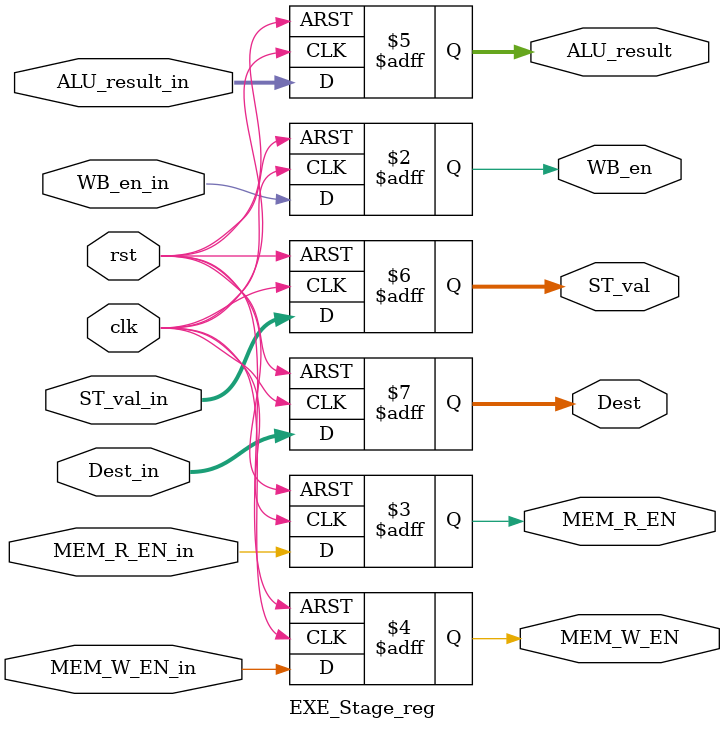
<source format=v>
module EXE_Stage_reg(
	input clk,
	input rst,
	input WB_en_in,
	//MEM Signals
	input MEM_R_EN_in,
	input MEM_W_EN_in,

	input [31:0] ALU_result_in,
	input [31:0] ST_val_in,
	input [4:0] Dest_in,

	output reg WB_en,
	//MEM Signals
	output reg MEM_R_EN,
	output reg MEM_W_EN,
	output reg [31:0] ALU_result,
	output reg [31:0] ST_val,
	output reg [4:0] Dest
	);
	always @(posedge clk or posedge rst) begin
		if (rst) begin
			// reset
			WB_en = 1'b0;
			MEM_R_EN = 1'b0;
			MEM_W_EN = 1'b0;
			ALU_result = 32'b0;
			ST_val = 32'b0;
			Dest = 5'b0;
		end
		else if (clk) begin
			WB_en = WB_en_in;
			MEM_R_EN = MEM_R_EN_in;
			MEM_W_EN = MEM_W_EN_in;
			ALU_result = ALU_result_in;
			ST_val = ST_val_in;
			Dest = Dest_in;
		end
	end
endmodule 
</source>
